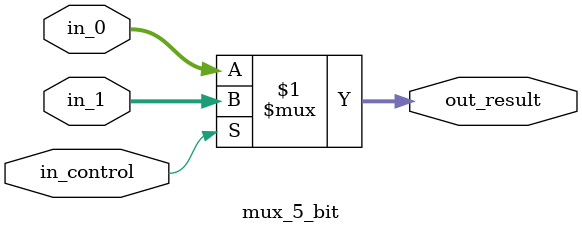
<source format=v>
module mux_5_bit (in_control, in_0, in_1, out_result);

parameter n_bit  = 5;

input in_control;

input [n_bit : 0] in_0;
input [n_bit : 0] in_1;

output wire [n_bit : 0] out_result;

assign out_result = (in_control ? in_1 : in_0);

endmodule

</source>
